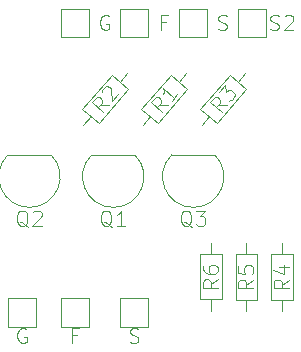
<source format=gbr>
%TF.GenerationSoftware,KiCad,Pcbnew,8.0.6*%
%TF.CreationDate,2024-11-19T10:16:46-03:00*%
%TF.ProjectId,canon+GH4,63616e6f-6e2b-4474-9834-2e6b69636164,V1.0*%
%TF.SameCoordinates,Original*%
%TF.FileFunction,Legend,Top*%
%TF.FilePolarity,Positive*%
%FSLAX46Y46*%
G04 Gerber Fmt 4.6, Leading zero omitted, Abs format (unit mm)*
G04 Created by KiCad (PCBNEW 8.0.6) date 2024-11-19 10:16:46*
%MOMM*%
%LPD*%
G01*
G04 APERTURE LIST*
%ADD10C,0.100000*%
G04 APERTURE END LIST*
D10*
X93861009Y-54265088D02*
X93125622Y-54200646D01*
X93394529Y-54821017D02*
X92421653Y-54004677D01*
X92421653Y-54004677D02*
X92732640Y-53634057D01*
X92732640Y-53634057D02*
X92856714Y-53580276D01*
X92856714Y-53580276D02*
X92941915Y-53572822D01*
X92941915Y-53572822D02*
X93073443Y-53604241D01*
X93073443Y-53604241D02*
X93212425Y-53720861D01*
X93212425Y-53720861D02*
X93266207Y-53844935D01*
X93266207Y-53844935D02*
X93273661Y-53930136D01*
X93273661Y-53930136D02*
X93242242Y-54061664D01*
X93242242Y-54061664D02*
X92931255Y-54432284D01*
X93291775Y-53155875D02*
X93284321Y-53070674D01*
X93284321Y-53070674D02*
X93315740Y-52939145D01*
X93315740Y-52939145D02*
X93510107Y-52707508D01*
X93510107Y-52707508D02*
X93634181Y-52653727D01*
X93634181Y-52653727D02*
X93719381Y-52646273D01*
X93719381Y-52646273D02*
X93850910Y-52677692D01*
X93850910Y-52677692D02*
X93943565Y-52755439D01*
X93943565Y-52755439D02*
X94043674Y-52918386D01*
X94043674Y-52918386D02*
X94133123Y-53940796D01*
X94133123Y-53940796D02*
X94638476Y-53338539D01*
X87013247Y-64567778D02*
X86892295Y-64507302D01*
X86892295Y-64507302D02*
X86771342Y-64386350D01*
X86771342Y-64386350D02*
X86589914Y-64204921D01*
X86589914Y-64204921D02*
X86468961Y-64144445D01*
X86468961Y-64144445D02*
X86348009Y-64144445D01*
X86408485Y-64446826D02*
X86287533Y-64386350D01*
X86287533Y-64386350D02*
X86166580Y-64265397D01*
X86166580Y-64265397D02*
X86106104Y-64023492D01*
X86106104Y-64023492D02*
X86106104Y-63600159D01*
X86106104Y-63600159D02*
X86166580Y-63358254D01*
X86166580Y-63358254D02*
X86287533Y-63237302D01*
X86287533Y-63237302D02*
X86408485Y-63176826D01*
X86408485Y-63176826D02*
X86650390Y-63176826D01*
X86650390Y-63176826D02*
X86771342Y-63237302D01*
X86771342Y-63237302D02*
X86892295Y-63358254D01*
X86892295Y-63358254D02*
X86952771Y-63600159D01*
X86952771Y-63600159D02*
X86952771Y-64023492D01*
X86952771Y-64023492D02*
X86892295Y-64265397D01*
X86892295Y-64265397D02*
X86771342Y-64386350D01*
X86771342Y-64386350D02*
X86650390Y-64446826D01*
X86650390Y-64446826D02*
X86408485Y-64446826D01*
X87436580Y-63297778D02*
X87497056Y-63237302D01*
X87497056Y-63237302D02*
X87618009Y-63176826D01*
X87618009Y-63176826D02*
X87920390Y-63176826D01*
X87920390Y-63176826D02*
X88041342Y-63237302D01*
X88041342Y-63237302D02*
X88101818Y-63297778D01*
X88101818Y-63297778D02*
X88162295Y-63418730D01*
X88162295Y-63418730D02*
X88162295Y-63539683D01*
X88162295Y-63539683D02*
X88101818Y-63721111D01*
X88101818Y-63721111D02*
X87376104Y-64446826D01*
X87376104Y-64446826D02*
X88162295Y-64446826D01*
X106082326Y-69021666D02*
X105477564Y-69445000D01*
X106082326Y-69747381D02*
X104812326Y-69747381D01*
X104812326Y-69747381D02*
X104812326Y-69263571D01*
X104812326Y-69263571D02*
X104872802Y-69142619D01*
X104872802Y-69142619D02*
X104933278Y-69082142D01*
X104933278Y-69082142D02*
X105054230Y-69021666D01*
X105054230Y-69021666D02*
X105235659Y-69021666D01*
X105235659Y-69021666D02*
X105356611Y-69082142D01*
X105356611Y-69082142D02*
X105417088Y-69142619D01*
X105417088Y-69142619D02*
X105477564Y-69263571D01*
X105477564Y-69263571D02*
X105477564Y-69747381D01*
X104812326Y-67872619D02*
X104812326Y-68477381D01*
X104812326Y-68477381D02*
X105417088Y-68537857D01*
X105417088Y-68537857D02*
X105356611Y-68477381D01*
X105356611Y-68477381D02*
X105296135Y-68356428D01*
X105296135Y-68356428D02*
X105296135Y-68054047D01*
X105296135Y-68054047D02*
X105356611Y-67933095D01*
X105356611Y-67933095D02*
X105417088Y-67872619D01*
X105417088Y-67872619D02*
X105538040Y-67812142D01*
X105538040Y-67812142D02*
X105840421Y-67812142D01*
X105840421Y-67812142D02*
X105961373Y-67872619D01*
X105961373Y-67872619D02*
X106021850Y-67933095D01*
X106021850Y-67933095D02*
X106082326Y-68054047D01*
X106082326Y-68054047D02*
X106082326Y-68356428D01*
X106082326Y-68356428D02*
X106021850Y-68477381D01*
X106021850Y-68477381D02*
X105961373Y-68537857D01*
X103082326Y-68991687D02*
X102477564Y-69415021D01*
X103082326Y-69717402D02*
X101812326Y-69717402D01*
X101812326Y-69717402D02*
X101812326Y-69233592D01*
X101812326Y-69233592D02*
X101872802Y-69112640D01*
X101872802Y-69112640D02*
X101933278Y-69052163D01*
X101933278Y-69052163D02*
X102054230Y-68991687D01*
X102054230Y-68991687D02*
X102235659Y-68991687D01*
X102235659Y-68991687D02*
X102356611Y-69052163D01*
X102356611Y-69052163D02*
X102417088Y-69112640D01*
X102417088Y-69112640D02*
X102477564Y-69233592D01*
X102477564Y-69233592D02*
X102477564Y-69717402D01*
X101812326Y-67903116D02*
X101812326Y-68145021D01*
X101812326Y-68145021D02*
X101872802Y-68265973D01*
X101872802Y-68265973D02*
X101933278Y-68326449D01*
X101933278Y-68326449D02*
X102114707Y-68447402D01*
X102114707Y-68447402D02*
X102356611Y-68507878D01*
X102356611Y-68507878D02*
X102840421Y-68507878D01*
X102840421Y-68507878D02*
X102961373Y-68447402D01*
X102961373Y-68447402D02*
X103021850Y-68386925D01*
X103021850Y-68386925D02*
X103082326Y-68265973D01*
X103082326Y-68265973D02*
X103082326Y-68024068D01*
X103082326Y-68024068D02*
X103021850Y-67903116D01*
X103021850Y-67903116D02*
X102961373Y-67842640D01*
X102961373Y-67842640D02*
X102840421Y-67782163D01*
X102840421Y-67782163D02*
X102538040Y-67782163D01*
X102538040Y-67782163D02*
X102417088Y-67842640D01*
X102417088Y-67842640D02*
X102356611Y-67903116D01*
X102356611Y-67903116D02*
X102296135Y-68024068D01*
X102296135Y-68024068D02*
X102296135Y-68265973D01*
X102296135Y-68265973D02*
X102356611Y-68386925D01*
X102356611Y-68386925D02*
X102417088Y-68447402D01*
X102417088Y-68447402D02*
X102538040Y-68507878D01*
X103137142Y-47831850D02*
X103318571Y-47892326D01*
X103318571Y-47892326D02*
X103620952Y-47892326D01*
X103620952Y-47892326D02*
X103741904Y-47831850D01*
X103741904Y-47831850D02*
X103802380Y-47771373D01*
X103802380Y-47771373D02*
X103862857Y-47650421D01*
X103862857Y-47650421D02*
X103862857Y-47529469D01*
X103862857Y-47529469D02*
X103802380Y-47408516D01*
X103802380Y-47408516D02*
X103741904Y-47348040D01*
X103741904Y-47348040D02*
X103620952Y-47287564D01*
X103620952Y-47287564D02*
X103379047Y-47227088D01*
X103379047Y-47227088D02*
X103258095Y-47166611D01*
X103258095Y-47166611D02*
X103197618Y-47106135D01*
X103197618Y-47106135D02*
X103137142Y-46985183D01*
X103137142Y-46985183D02*
X103137142Y-46864230D01*
X103137142Y-46864230D02*
X103197618Y-46743278D01*
X103197618Y-46743278D02*
X103258095Y-46682802D01*
X103258095Y-46682802D02*
X103379047Y-46622326D01*
X103379047Y-46622326D02*
X103681428Y-46622326D01*
X103681428Y-46622326D02*
X103862857Y-46682802D01*
X86832619Y-73182802D02*
X86711666Y-73122326D01*
X86711666Y-73122326D02*
X86530238Y-73122326D01*
X86530238Y-73122326D02*
X86348809Y-73182802D01*
X86348809Y-73182802D02*
X86227857Y-73303754D01*
X86227857Y-73303754D02*
X86167380Y-73424707D01*
X86167380Y-73424707D02*
X86106904Y-73666611D01*
X86106904Y-73666611D02*
X86106904Y-73848040D01*
X86106904Y-73848040D02*
X86167380Y-74089945D01*
X86167380Y-74089945D02*
X86227857Y-74210897D01*
X86227857Y-74210897D02*
X86348809Y-74331850D01*
X86348809Y-74331850D02*
X86530238Y-74392326D01*
X86530238Y-74392326D02*
X86651190Y-74392326D01*
X86651190Y-74392326D02*
X86832619Y-74331850D01*
X86832619Y-74331850D02*
X86893095Y-74271373D01*
X86893095Y-74271373D02*
X86893095Y-73848040D01*
X86893095Y-73848040D02*
X86651190Y-73848040D01*
X95637142Y-74331850D02*
X95818571Y-74392326D01*
X95818571Y-74392326D02*
X96120952Y-74392326D01*
X96120952Y-74392326D02*
X96241904Y-74331850D01*
X96241904Y-74331850D02*
X96302380Y-74271373D01*
X96302380Y-74271373D02*
X96362857Y-74150421D01*
X96362857Y-74150421D02*
X96362857Y-74029469D01*
X96362857Y-74029469D02*
X96302380Y-73908516D01*
X96302380Y-73908516D02*
X96241904Y-73848040D01*
X96241904Y-73848040D02*
X96120952Y-73787564D01*
X96120952Y-73787564D02*
X95879047Y-73727088D01*
X95879047Y-73727088D02*
X95758095Y-73666611D01*
X95758095Y-73666611D02*
X95697618Y-73606135D01*
X95697618Y-73606135D02*
X95637142Y-73485183D01*
X95637142Y-73485183D02*
X95637142Y-73364230D01*
X95637142Y-73364230D02*
X95697618Y-73243278D01*
X95697618Y-73243278D02*
X95758095Y-73182802D01*
X95758095Y-73182802D02*
X95879047Y-73122326D01*
X95879047Y-73122326D02*
X96181428Y-73122326D01*
X96181428Y-73122326D02*
X96362857Y-73182802D01*
X100879047Y-64573278D02*
X100758095Y-64512802D01*
X100758095Y-64512802D02*
X100637142Y-64391850D01*
X100637142Y-64391850D02*
X100455714Y-64210421D01*
X100455714Y-64210421D02*
X100334761Y-64149945D01*
X100334761Y-64149945D02*
X100213809Y-64149945D01*
X100274285Y-64452326D02*
X100153333Y-64391850D01*
X100153333Y-64391850D02*
X100032380Y-64270897D01*
X100032380Y-64270897D02*
X99971904Y-64028992D01*
X99971904Y-64028992D02*
X99971904Y-63605659D01*
X99971904Y-63605659D02*
X100032380Y-63363754D01*
X100032380Y-63363754D02*
X100153333Y-63242802D01*
X100153333Y-63242802D02*
X100274285Y-63182326D01*
X100274285Y-63182326D02*
X100516190Y-63182326D01*
X100516190Y-63182326D02*
X100637142Y-63242802D01*
X100637142Y-63242802D02*
X100758095Y-63363754D01*
X100758095Y-63363754D02*
X100818571Y-63605659D01*
X100818571Y-63605659D02*
X100818571Y-64028992D01*
X100818571Y-64028992D02*
X100758095Y-64270897D01*
X100758095Y-64270897D02*
X100637142Y-64391850D01*
X100637142Y-64391850D02*
X100516190Y-64452326D01*
X100516190Y-64452326D02*
X100274285Y-64452326D01*
X101241904Y-63182326D02*
X102028095Y-63182326D01*
X102028095Y-63182326D02*
X101604761Y-63666135D01*
X101604761Y-63666135D02*
X101786190Y-63666135D01*
X101786190Y-63666135D02*
X101907142Y-63726611D01*
X101907142Y-63726611D02*
X101967618Y-63787088D01*
X101967618Y-63787088D02*
X102028095Y-63908040D01*
X102028095Y-63908040D02*
X102028095Y-64210421D01*
X102028095Y-64210421D02*
X101967618Y-64331373D01*
X101967618Y-64331373D02*
X101907142Y-64391850D01*
X101907142Y-64391850D02*
X101786190Y-64452326D01*
X101786190Y-64452326D02*
X101423333Y-64452326D01*
X101423333Y-64452326D02*
X101302380Y-64391850D01*
X101302380Y-64391850D02*
X101241904Y-64331373D01*
X103861009Y-54265088D02*
X103125622Y-54200646D01*
X103394529Y-54821017D02*
X102421653Y-54004677D01*
X102421653Y-54004677D02*
X102732640Y-53634057D01*
X102732640Y-53634057D02*
X102856714Y-53580276D01*
X102856714Y-53580276D02*
X102941915Y-53572822D01*
X102941915Y-53572822D02*
X103073443Y-53604241D01*
X103073443Y-53604241D02*
X103212425Y-53720861D01*
X103212425Y-53720861D02*
X103266207Y-53844935D01*
X103266207Y-53844935D02*
X103273661Y-53930136D01*
X103273661Y-53930136D02*
X103242242Y-54061664D01*
X103242242Y-54061664D02*
X102931255Y-54432284D01*
X103160246Y-53124455D02*
X103665600Y-52522198D01*
X103665600Y-52522198D02*
X103764106Y-53157477D01*
X103764106Y-53157477D02*
X103880726Y-53018495D01*
X103880726Y-53018495D02*
X104004800Y-52964713D01*
X104004800Y-52964713D02*
X104090001Y-52957259D01*
X104090001Y-52957259D02*
X104221529Y-52988679D01*
X104221529Y-52988679D02*
X104453167Y-53183045D01*
X104453167Y-53183045D02*
X104506948Y-53307119D01*
X104506948Y-53307119D02*
X104514402Y-53392320D01*
X104514402Y-53392320D02*
X104482983Y-53523849D01*
X104482983Y-53523849D02*
X104249743Y-53801813D01*
X104249743Y-53801813D02*
X104125669Y-53855595D01*
X104125669Y-53855595D02*
X104040468Y-53863049D01*
X98861009Y-54265086D02*
X98125622Y-54200644D01*
X98394529Y-54821015D02*
X97421653Y-54004675D01*
X97421653Y-54004675D02*
X97732640Y-53634055D01*
X97732640Y-53634055D02*
X97856714Y-53580274D01*
X97856714Y-53580274D02*
X97941915Y-53572820D01*
X97941915Y-53572820D02*
X98073443Y-53604239D01*
X98073443Y-53604239D02*
X98212425Y-53720859D01*
X98212425Y-53720859D02*
X98266207Y-53844933D01*
X98266207Y-53844933D02*
X98273661Y-53930134D01*
X98273661Y-53930134D02*
X98242242Y-54061662D01*
X98242242Y-54061662D02*
X97931255Y-54432282D01*
X99638476Y-53338537D02*
X99171996Y-53894466D01*
X99405236Y-53616501D02*
X98432360Y-52800161D01*
X98432360Y-52800161D02*
X98493596Y-53009436D01*
X98493596Y-53009436D02*
X98508504Y-53179838D01*
X98508504Y-53179838D02*
X98477084Y-53311366D01*
X91181429Y-73727088D02*
X90758095Y-73727088D01*
X90758095Y-74392326D02*
X90758095Y-73122326D01*
X90758095Y-73122326D02*
X91362857Y-73122326D01*
X107532380Y-47831850D02*
X107713809Y-47892326D01*
X107713809Y-47892326D02*
X108016190Y-47892326D01*
X108016190Y-47892326D02*
X108137142Y-47831850D01*
X108137142Y-47831850D02*
X108197618Y-47771373D01*
X108197618Y-47771373D02*
X108258095Y-47650421D01*
X108258095Y-47650421D02*
X108258095Y-47529469D01*
X108258095Y-47529469D02*
X108197618Y-47408516D01*
X108197618Y-47408516D02*
X108137142Y-47348040D01*
X108137142Y-47348040D02*
X108016190Y-47287564D01*
X108016190Y-47287564D02*
X107774285Y-47227088D01*
X107774285Y-47227088D02*
X107653333Y-47166611D01*
X107653333Y-47166611D02*
X107592856Y-47106135D01*
X107592856Y-47106135D02*
X107532380Y-46985183D01*
X107532380Y-46985183D02*
X107532380Y-46864230D01*
X107532380Y-46864230D02*
X107592856Y-46743278D01*
X107592856Y-46743278D02*
X107653333Y-46682802D01*
X107653333Y-46682802D02*
X107774285Y-46622326D01*
X107774285Y-46622326D02*
X108076666Y-46622326D01*
X108076666Y-46622326D02*
X108258095Y-46682802D01*
X108741904Y-46743278D02*
X108802380Y-46682802D01*
X108802380Y-46682802D02*
X108923333Y-46622326D01*
X108923333Y-46622326D02*
X109225714Y-46622326D01*
X109225714Y-46622326D02*
X109346666Y-46682802D01*
X109346666Y-46682802D02*
X109407142Y-46743278D01*
X109407142Y-46743278D02*
X109467619Y-46864230D01*
X109467619Y-46864230D02*
X109467619Y-46985183D01*
X109467619Y-46985183D02*
X109407142Y-47166611D01*
X109407142Y-47166611D02*
X108681428Y-47892326D01*
X108681428Y-47892326D02*
X109467619Y-47892326D01*
X93832619Y-46682802D02*
X93711666Y-46622326D01*
X93711666Y-46622326D02*
X93530238Y-46622326D01*
X93530238Y-46622326D02*
X93348809Y-46682802D01*
X93348809Y-46682802D02*
X93227857Y-46803754D01*
X93227857Y-46803754D02*
X93167380Y-46924707D01*
X93167380Y-46924707D02*
X93106904Y-47166611D01*
X93106904Y-47166611D02*
X93106904Y-47348040D01*
X93106904Y-47348040D02*
X93167380Y-47589945D01*
X93167380Y-47589945D02*
X93227857Y-47710897D01*
X93227857Y-47710897D02*
X93348809Y-47831850D01*
X93348809Y-47831850D02*
X93530238Y-47892326D01*
X93530238Y-47892326D02*
X93651190Y-47892326D01*
X93651190Y-47892326D02*
X93832619Y-47831850D01*
X93832619Y-47831850D02*
X93893095Y-47771373D01*
X93893095Y-47771373D02*
X93893095Y-47348040D01*
X93893095Y-47348040D02*
X93651190Y-47348040D01*
X109082326Y-69021666D02*
X108477564Y-69445000D01*
X109082326Y-69747381D02*
X107812326Y-69747381D01*
X107812326Y-69747381D02*
X107812326Y-69263571D01*
X107812326Y-69263571D02*
X107872802Y-69142619D01*
X107872802Y-69142619D02*
X107933278Y-69082142D01*
X107933278Y-69082142D02*
X108054230Y-69021666D01*
X108054230Y-69021666D02*
X108235659Y-69021666D01*
X108235659Y-69021666D02*
X108356611Y-69082142D01*
X108356611Y-69082142D02*
X108417088Y-69142619D01*
X108417088Y-69142619D02*
X108477564Y-69263571D01*
X108477564Y-69263571D02*
X108477564Y-69747381D01*
X108235659Y-67933095D02*
X109082326Y-67933095D01*
X107751850Y-68235476D02*
X108658992Y-68537857D01*
X108658992Y-68537857D02*
X108658992Y-67751666D01*
X98681429Y-47227088D02*
X98258095Y-47227088D01*
X98258095Y-47892326D02*
X98258095Y-46622326D01*
X98258095Y-46622326D02*
X98862857Y-46622326D01*
X94109047Y-64573278D02*
X93988095Y-64512802D01*
X93988095Y-64512802D02*
X93867142Y-64391850D01*
X93867142Y-64391850D02*
X93685714Y-64210421D01*
X93685714Y-64210421D02*
X93564761Y-64149945D01*
X93564761Y-64149945D02*
X93443809Y-64149945D01*
X93504285Y-64452326D02*
X93383333Y-64391850D01*
X93383333Y-64391850D02*
X93262380Y-64270897D01*
X93262380Y-64270897D02*
X93201904Y-64028992D01*
X93201904Y-64028992D02*
X93201904Y-63605659D01*
X93201904Y-63605659D02*
X93262380Y-63363754D01*
X93262380Y-63363754D02*
X93383333Y-63242802D01*
X93383333Y-63242802D02*
X93504285Y-63182326D01*
X93504285Y-63182326D02*
X93746190Y-63182326D01*
X93746190Y-63182326D02*
X93867142Y-63242802D01*
X93867142Y-63242802D02*
X93988095Y-63363754D01*
X93988095Y-63363754D02*
X94048571Y-63605659D01*
X94048571Y-63605659D02*
X94048571Y-64028992D01*
X94048571Y-64028992D02*
X93988095Y-64270897D01*
X93988095Y-64270897D02*
X93867142Y-64391850D01*
X93867142Y-64391850D02*
X93746190Y-64452326D01*
X93746190Y-64452326D02*
X93504285Y-64452326D01*
X95258095Y-64452326D02*
X94532380Y-64452326D01*
X94895237Y-64452326D02*
X94895237Y-63182326D01*
X94895237Y-63182326D02*
X94774285Y-63363754D01*
X94774285Y-63363754D02*
X94653333Y-63484707D01*
X94653333Y-63484707D02*
X94532380Y-63545183D01*
%TO.C,R2*%
X91612066Y-54608071D02*
X93021587Y-55790800D01*
X91706179Y-55927177D02*
X92316828Y-55199435D01*
X93021587Y-55790800D02*
X95489893Y-52849188D01*
X94080370Y-51666459D02*
X91612066Y-54608071D01*
X95395781Y-51530082D02*
X94785131Y-52257824D01*
X95489893Y-52849188D02*
X94080370Y-51666459D01*
%TO.C,Q2*%
X88934200Y-58454500D02*
X85334200Y-58454500D01*
X87134200Y-62904500D02*
G75*
G02*
X85295722Y-58466022I0J2600000D01*
G01*
X88972678Y-58466022D02*
G75*
G02*
X87134200Y-62904501I-1838478J-1838478D01*
G01*
%TO.C,R5*%
X104580000Y-66890000D02*
X104580000Y-70730000D01*
X104580000Y-70730000D02*
X106420000Y-70730000D01*
X105500000Y-65940000D02*
X105500000Y-66890000D01*
X105500000Y-71680000D02*
X105500000Y-70730000D01*
X106420000Y-66890000D02*
X104580000Y-66890000D01*
X106420000Y-70730000D02*
X106420000Y-66890000D01*
%TO.C,R6*%
X103420000Y-70700023D02*
X103419999Y-66860021D01*
X103419999Y-66860021D02*
X101580000Y-66860022D01*
X102500000Y-71650023D02*
X102500000Y-70700022D01*
X102499998Y-65910022D02*
X102500000Y-66860023D01*
X101580000Y-70700021D02*
X103420000Y-70700023D01*
X101580000Y-66860022D02*
X101580000Y-70700021D01*
%TO.C,TP5*%
X99800000Y-46110000D02*
X102200000Y-46110000D01*
X99800000Y-48510000D02*
X99800000Y-46110000D01*
X102200000Y-46110000D02*
X102200000Y-48510000D01*
X102200000Y-48510000D02*
X99800000Y-48510000D01*
%TO.C,TP1*%
X85300000Y-70610000D02*
X87700000Y-70610000D01*
X85300000Y-73010000D02*
X85300000Y-70610000D01*
X87700000Y-70610000D02*
X87700000Y-73010000D01*
X87700000Y-73010000D02*
X85300000Y-73010000D01*
%TO.C,TP2*%
X94800000Y-70610000D02*
X97200000Y-70610000D01*
X94800000Y-73010000D02*
X94800000Y-70610000D01*
X97200000Y-70610000D02*
X97200000Y-73010000D01*
X97200000Y-73010000D02*
X94800000Y-73010000D01*
%TO.C,Q3*%
X102800000Y-58460000D02*
X99200000Y-58460000D01*
X101000000Y-62910000D02*
G75*
G02*
X99161522Y-58471522I0J2600000D01*
G01*
X102838478Y-58471522D02*
G75*
G02*
X101000000Y-62910001I-1838478J-1838478D01*
G01*
%TO.C,R3*%
X101612067Y-54608071D02*
X103021588Y-55790799D01*
X101706179Y-55927177D02*
X102316827Y-55199435D01*
X103021588Y-55790799D02*
X105489892Y-52849189D01*
X104080371Y-51666459D02*
X101612067Y-54608071D01*
X105395780Y-51530082D02*
X104785131Y-52257824D01*
X105489892Y-52849189D02*
X104080371Y-51666459D01*
%TO.C,R1*%
X96612068Y-54608070D02*
X98021588Y-55790799D01*
X96706177Y-55927177D02*
X97316827Y-55199435D01*
X98021588Y-55790799D02*
X100489892Y-52849188D01*
X99080371Y-51666460D02*
X96612068Y-54608070D01*
X100395780Y-51530081D02*
X99785131Y-52257824D01*
X100489892Y-52849188D02*
X99080371Y-51666460D01*
%TO.C,TP3*%
X89800000Y-70610000D02*
X92200000Y-70610000D01*
X89800000Y-73010000D02*
X89800000Y-70610000D01*
X92200000Y-70610000D02*
X92200000Y-73010000D01*
X92200000Y-73010000D02*
X89800000Y-73010000D01*
%TO.C,TP7*%
X104800000Y-46110000D02*
X107200000Y-46110000D01*
X104800000Y-48510000D02*
X104800000Y-46110000D01*
X107200000Y-46110000D02*
X107200000Y-48510000D01*
X107200000Y-48510000D02*
X104800000Y-48510000D01*
%TO.C,TP4*%
X89800000Y-46110000D02*
X92200000Y-46110000D01*
X89800000Y-48510000D02*
X89800000Y-46110000D01*
X92200000Y-46110000D02*
X92200000Y-48510000D01*
X92200000Y-48510000D02*
X89800000Y-48510000D01*
%TO.C,R4*%
X107580000Y-66890000D02*
X107580000Y-70730000D01*
X107580000Y-70730000D02*
X109420000Y-70730000D01*
X108500000Y-65940000D02*
X108500000Y-66890000D01*
X108500000Y-71680000D02*
X108500000Y-70730000D01*
X109420000Y-66890000D02*
X107580000Y-66890000D01*
X109420000Y-70730000D02*
X109420000Y-66890000D01*
%TO.C,TP6*%
X94800000Y-46110000D02*
X97200000Y-46110000D01*
X94800000Y-48510000D02*
X94800000Y-46110000D01*
X97200000Y-46110000D02*
X97200000Y-48510000D01*
X97200000Y-48510000D02*
X94800000Y-48510000D01*
%TO.C,Q1*%
X96030000Y-58460000D02*
X92430000Y-58460000D01*
X94230000Y-62910000D02*
G75*
G02*
X92391522Y-58471522I0J2600000D01*
G01*
X96068478Y-58471522D02*
G75*
G02*
X94230000Y-62910001I-1838478J-1838478D01*
G01*
%TD*%
M02*

</source>
